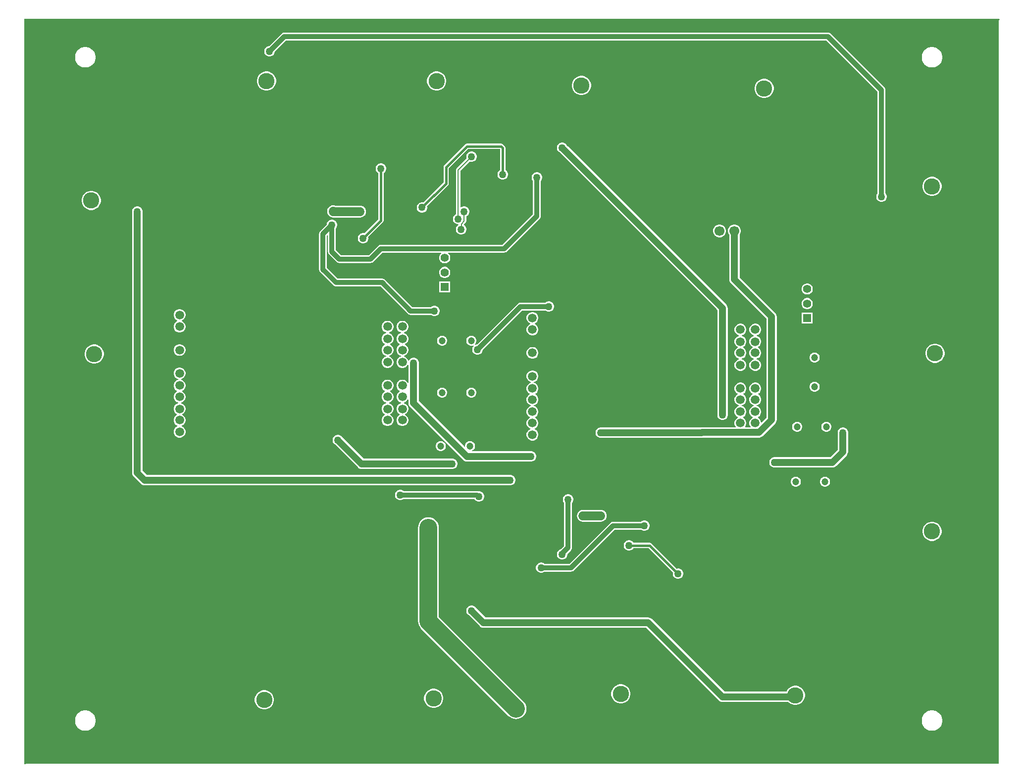
<source format=gbl>
G04*
G04 #@! TF.GenerationSoftware,Altium Limited,Altium Designer,22.10.1 (41)*
G04*
G04 Layer_Physical_Order=2*
G04 Layer_Color=16711680*
%FSLAX44Y44*%
%MOMM*%
G71*
G04*
G04 #@! TF.SameCoordinates,069A48A3-1EBA-4DE3-B07F-BDB1E3B34996*
G04*
G04*
G04 #@! TF.FilePolarity,Positive*
G04*
G01*
G75*
%ADD15C,0.3810*%
%ADD41R,1.4000X1.4000*%
%ADD42C,1.4000*%
%ADD47C,1.2192*%
%ADD48C,0.8128*%
%ADD50C,0.2032*%
%ADD52C,1.5240*%
%ADD53C,3.0480*%
%ADD57C,1.5000*%
%ADD58C,2.7750*%
%ADD59C,1.2000*%
%ADD60R,1.7000X1.7000*%
%ADD61C,1.7000*%
%ADD62C,1.2700*%
G36*
X1385667Y1207867D02*
X1384300Y1206500D01*
Y-66040D01*
X-279400D01*
X-280767Y-67407D01*
X-281940Y-66921D01*
Y1209040D01*
X1385181D01*
X1385667Y1207867D01*
D02*
G37*
%LPC*%
G36*
X1092200Y1185221D02*
X1092200Y1185221D01*
X162560D01*
X162560Y1185221D01*
X160836Y1184994D01*
X159229Y1184329D01*
X157850Y1183270D01*
X157850Y1183270D01*
X136630Y1162050D01*
X135990D01*
X133729Y1161444D01*
X131701Y1160274D01*
X130046Y1158619D01*
X128876Y1156591D01*
X128270Y1154330D01*
Y1151990D01*
X128876Y1149729D01*
X130046Y1147701D01*
X131701Y1146046D01*
X133729Y1144876D01*
X135990Y1144270D01*
X138330D01*
X140591Y1144876D01*
X142619Y1146046D01*
X144274Y1147701D01*
X145444Y1149729D01*
X146050Y1151990D01*
Y1152630D01*
X165319Y1171899D01*
X1089441D01*
X1176979Y1084361D01*
Y910151D01*
X1176526Y909699D01*
X1175356Y907671D01*
X1174750Y905410D01*
Y903070D01*
X1175356Y900809D01*
X1176526Y898781D01*
X1178181Y897126D01*
X1180209Y895956D01*
X1182470Y895350D01*
X1184810D01*
X1187071Y895956D01*
X1189099Y897126D01*
X1190754Y898781D01*
X1191924Y900809D01*
X1192530Y903070D01*
Y905410D01*
X1191924Y907671D01*
X1190754Y909699D01*
X1190301Y910151D01*
Y1087120D01*
X1190301Y1087120D01*
X1190074Y1088844D01*
X1189409Y1090451D01*
X1188350Y1091830D01*
X1188350Y1091830D01*
X1096910Y1183270D01*
X1095530Y1184329D01*
X1093924Y1184994D01*
X1092200Y1185221D01*
D02*
G37*
G36*
X1271728Y1160540D02*
X1268272D01*
X1264884Y1159866D01*
X1261692Y1158544D01*
X1258819Y1156624D01*
X1256376Y1154181D01*
X1254456Y1151308D01*
X1253134Y1148116D01*
X1252460Y1144727D01*
Y1141273D01*
X1253134Y1137884D01*
X1254456Y1134692D01*
X1256376Y1131819D01*
X1258819Y1129376D01*
X1261692Y1127456D01*
X1264884Y1126134D01*
X1268272Y1125460D01*
X1271728D01*
X1275116Y1126134D01*
X1278308Y1127456D01*
X1281181Y1129376D01*
X1283624Y1131819D01*
X1285544Y1134692D01*
X1286866Y1137884D01*
X1287540Y1141273D01*
Y1144727D01*
X1286866Y1148116D01*
X1285544Y1151308D01*
X1283624Y1154181D01*
X1281181Y1156624D01*
X1278308Y1158544D01*
X1275116Y1159866D01*
X1271728Y1160540D01*
D02*
G37*
G36*
X-176073D02*
X-179527D01*
X-182916Y1159866D01*
X-186108Y1158544D01*
X-188981Y1156624D01*
X-191424Y1154181D01*
X-193344Y1151308D01*
X-194666Y1148116D01*
X-195340Y1144727D01*
Y1141273D01*
X-194666Y1137884D01*
X-193344Y1134692D01*
X-191424Y1131819D01*
X-188981Y1129376D01*
X-186108Y1127456D01*
X-182916Y1126134D01*
X-179527Y1125460D01*
X-176073D01*
X-172684Y1126134D01*
X-169492Y1127456D01*
X-166619Y1129376D01*
X-164176Y1131819D01*
X-162256Y1134692D01*
X-160934Y1137884D01*
X-160260Y1141273D01*
Y1144727D01*
X-160934Y1148116D01*
X-162256Y1151308D01*
X-164176Y1154181D01*
X-166619Y1156624D01*
X-169492Y1158544D01*
X-172684Y1159866D01*
X-176073Y1160540D01*
D02*
G37*
G36*
X424477Y1118775D02*
X421244D01*
X418072Y1118144D01*
X415085Y1116907D01*
X412396Y1115110D01*
X410110Y1112824D01*
X408313Y1110135D01*
X407076Y1107148D01*
X406445Y1103977D01*
Y1100743D01*
X407076Y1097572D01*
X408313Y1094585D01*
X410110Y1091896D01*
X412396Y1089610D01*
X415085Y1087813D01*
X418072Y1086576D01*
X421244Y1085945D01*
X424477D01*
X427648Y1086576D01*
X430636Y1087813D01*
X433324Y1089610D01*
X435611Y1091896D01*
X437407Y1094585D01*
X438644Y1097572D01*
X439275Y1100743D01*
Y1103977D01*
X438644Y1107148D01*
X437407Y1110135D01*
X435611Y1112824D01*
X433324Y1115110D01*
X430636Y1116907D01*
X427648Y1118144D01*
X424477Y1118775D01*
D02*
G37*
G36*
X133697D02*
X130463D01*
X127292Y1118144D01*
X124305Y1116907D01*
X121616Y1115110D01*
X119330Y1112824D01*
X117533Y1110135D01*
X116296Y1107148D01*
X115665Y1103977D01*
Y1100743D01*
X116296Y1097572D01*
X117533Y1094585D01*
X119330Y1091896D01*
X121616Y1089610D01*
X124305Y1087813D01*
X127292Y1086576D01*
X130463Y1085945D01*
X133697D01*
X136868Y1086576D01*
X139855Y1087813D01*
X142544Y1089610D01*
X144830Y1091896D01*
X146627Y1094585D01*
X147864Y1097572D01*
X148495Y1100743D01*
Y1103977D01*
X147864Y1107148D01*
X146627Y1110135D01*
X144830Y1112824D01*
X142544Y1115110D01*
X139855Y1116907D01*
X136868Y1118144D01*
X133697Y1118775D01*
D02*
G37*
G36*
X672177Y1111155D02*
X668943D01*
X665772Y1110524D01*
X662785Y1109287D01*
X660096Y1107490D01*
X657810Y1105204D01*
X656013Y1102515D01*
X654776Y1099528D01*
X654145Y1096357D01*
Y1093123D01*
X654776Y1089952D01*
X656013Y1086965D01*
X657810Y1084276D01*
X660096Y1081990D01*
X662785Y1080193D01*
X665772Y1078956D01*
X668943Y1078325D01*
X672177D01*
X675348Y1078956D01*
X678335Y1080193D01*
X681024Y1081990D01*
X683310Y1084276D01*
X685107Y1086965D01*
X686344Y1089952D01*
X686975Y1093123D01*
Y1096357D01*
X686344Y1099528D01*
X685107Y1102515D01*
X683310Y1105204D01*
X681024Y1107490D01*
X678335Y1109287D01*
X675348Y1110524D01*
X672177Y1111155D01*
D02*
G37*
G36*
X984597Y1106075D02*
X981363D01*
X978192Y1105444D01*
X975205Y1104207D01*
X972516Y1102410D01*
X970230Y1100124D01*
X968433Y1097435D01*
X967196Y1094448D01*
X966565Y1091277D01*
Y1088043D01*
X967196Y1084872D01*
X968433Y1081885D01*
X970230Y1079196D01*
X972516Y1076910D01*
X975205Y1075113D01*
X978192Y1073876D01*
X981363Y1073245D01*
X984597D01*
X987768Y1073876D01*
X990755Y1075113D01*
X993444Y1076910D01*
X995730Y1079196D01*
X997527Y1081885D01*
X998764Y1084872D01*
X999395Y1088043D01*
Y1091277D01*
X998764Y1094448D01*
X997527Y1097435D01*
X995730Y1100124D01*
X993444Y1102410D01*
X990755Y1104207D01*
X987768Y1105444D01*
X984597Y1106075D01*
D02*
G37*
G36*
X483770Y981710D02*
X481430D01*
X479169Y981104D01*
X477141Y979934D01*
X475486Y978279D01*
X474316Y976251D01*
X473710Y973990D01*
Y971650D01*
X474258Y969605D01*
X457176Y952524D01*
X456390Y951348D01*
X456114Y949960D01*
X456114Y949960D01*
Y874312D01*
X454281Y873254D01*
X452626Y871599D01*
X451456Y869571D01*
X450850Y867310D01*
Y864970D01*
X451456Y862709D01*
X452626Y860681D01*
X454281Y859026D01*
X456309Y857856D01*
X458570Y857250D01*
X459898D01*
X460238Y855980D01*
X459361Y855474D01*
X457706Y853819D01*
X456536Y851791D01*
X455930Y849530D01*
Y847190D01*
X456536Y844929D01*
X457706Y842901D01*
X459361Y841246D01*
X461389Y840076D01*
X463650Y839470D01*
X465990D01*
X468251Y840076D01*
X470279Y841246D01*
X471934Y842901D01*
X473104Y844929D01*
X473710Y847190D01*
Y849530D01*
X473104Y851791D01*
X471934Y853819D01*
X470279Y855474D01*
X470106Y855573D01*
X469897Y857160D01*
X472464Y859727D01*
X472464Y859727D01*
X473250Y860903D01*
X473526Y862291D01*
Y870668D01*
X475359Y871726D01*
X477014Y873381D01*
X478184Y875409D01*
X478790Y877670D01*
Y880010D01*
X478184Y882271D01*
X477014Y884299D01*
X475359Y885954D01*
X473331Y887124D01*
X471070Y887730D01*
X468730D01*
X466469Y887124D01*
X464636Y886066D01*
X463366Y886479D01*
Y948458D01*
X479385Y964478D01*
X481430Y963930D01*
X483770D01*
X486031Y964536D01*
X488059Y965706D01*
X489714Y967361D01*
X490884Y969389D01*
X491490Y971650D01*
Y973990D01*
X490884Y976251D01*
X489714Y978279D01*
X488059Y979934D01*
X486031Y981104D01*
X483770Y981710D01*
D02*
G37*
G36*
X474980Y995132D02*
X473246Y994787D01*
X471775Y993805D01*
X471775Y993805D01*
X435966Y957995D01*
X434983Y956525D01*
X434639Y954791D01*
Y928955D01*
X400092Y894409D01*
X399059Y894686D01*
X396718D01*
X394457Y894080D01*
X392430Y892910D01*
X390775Y891254D01*
X389604Y889227D01*
X388999Y886966D01*
Y884625D01*
X389604Y882364D01*
X390775Y880337D01*
X392430Y878682D01*
X394457Y877512D01*
X396718Y876906D01*
X399059D01*
X401320Y877512D01*
X403347Y878682D01*
X405002Y880337D01*
X406173Y882364D01*
X406779Y884625D01*
Y886966D01*
X406502Y888000D01*
X442375Y923873D01*
X442375Y923873D01*
X443358Y925343D01*
X443703Y927078D01*
X443703Y927078D01*
Y952913D01*
X476857Y986068D01*
X531408D01*
Y949989D01*
X530481Y949454D01*
X528826Y947799D01*
X527656Y945771D01*
X527050Y943510D01*
Y941170D01*
X527656Y938909D01*
X528826Y936881D01*
X530481Y935226D01*
X532509Y934056D01*
X534770Y933450D01*
X537110D01*
X539371Y934056D01*
X541399Y935226D01*
X543054Y936881D01*
X544224Y938909D01*
X544830Y941170D01*
Y943510D01*
X544224Y945771D01*
X543054Y947799D01*
X541399Y949454D01*
X540472Y949989D01*
Y988060D01*
X540127Y989794D01*
X539145Y991265D01*
X539145Y991265D01*
X536605Y993805D01*
X535134Y994787D01*
X533400Y995132D01*
X474980D01*
X474980Y995132D01*
D02*
G37*
G36*
X1271617Y938435D02*
X1268383D01*
X1265212Y937804D01*
X1262225Y936567D01*
X1259536Y934770D01*
X1257250Y932484D01*
X1255453Y929795D01*
X1254216Y926808D01*
X1253585Y923637D01*
Y920403D01*
X1254216Y917232D01*
X1255453Y914245D01*
X1257250Y911556D01*
X1259536Y909270D01*
X1262225Y907473D01*
X1265212Y906236D01*
X1268383Y905605D01*
X1271617D01*
X1274788Y906236D01*
X1277775Y907473D01*
X1280464Y909270D01*
X1282750Y911556D01*
X1284547Y914245D01*
X1285784Y917232D01*
X1286415Y920403D01*
Y923637D01*
X1285784Y926808D01*
X1284547Y929795D01*
X1282750Y932484D01*
X1280464Y934770D01*
X1277775Y936567D01*
X1274788Y937804D01*
X1271617Y938435D01*
D02*
G37*
G36*
X-166023Y914255D02*
X-169257D01*
X-172428Y913624D01*
X-175415Y912387D01*
X-178104Y910591D01*
X-180390Y908304D01*
X-182187Y905616D01*
X-183424Y902628D01*
X-184055Y899457D01*
Y896224D01*
X-183424Y893052D01*
X-182187Y890065D01*
X-180390Y887376D01*
X-178104Y885090D01*
X-175415Y883293D01*
X-172428Y882056D01*
X-169257Y881425D01*
X-166023D01*
X-162852Y882056D01*
X-159865Y883293D01*
X-157176Y885090D01*
X-154890Y887376D01*
X-153093Y890065D01*
X-151856Y893052D01*
X-151225Y896224D01*
Y899457D01*
X-151856Y902628D01*
X-153093Y905616D01*
X-154890Y908304D01*
X-157176Y910591D01*
X-159865Y912387D01*
X-162852Y913624D01*
X-166023Y914255D01*
D02*
G37*
G36*
X245856Y889612D02*
X243203Y889263D01*
X240732Y888239D01*
X238609Y886610D01*
X236981Y884488D01*
X235957Y882017D01*
X235608Y879364D01*
X235957Y876712D01*
X236981Y874240D01*
X238609Y872118D01*
X238610Y872118D01*
X239134Y871594D01*
X239134Y871594D01*
X241256Y869965D01*
X243728Y868941D01*
X246380Y868592D01*
X246380Y868592D01*
X292100D01*
X294752Y868941D01*
X297224Y869965D01*
X299346Y871594D01*
X300975Y873716D01*
X301999Y876188D01*
X302348Y878840D01*
X301999Y881492D01*
X300975Y883964D01*
X299346Y886086D01*
X297224Y887715D01*
X294752Y888738D01*
X292100Y889088D01*
X248931D01*
X248508Y889263D01*
X245856Y889612D01*
D02*
G37*
G36*
X328830Y961390D02*
X326490D01*
X324229Y960784D01*
X322201Y959614D01*
X320546Y957959D01*
X319376Y955931D01*
X318770Y953670D01*
Y951330D01*
X319376Y949069D01*
X320546Y947041D01*
X322201Y945386D01*
X323128Y944851D01*
Y865477D01*
X299384Y841733D01*
X298350Y842010D01*
X296010D01*
X293749Y841404D01*
X291721Y840234D01*
X290066Y838579D01*
X288896Y836551D01*
X288290Y834290D01*
Y831950D01*
X288896Y829689D01*
X290066Y827661D01*
X291721Y826006D01*
X293749Y824836D01*
X296010Y824230D01*
X298350D01*
X300611Y824836D01*
X302639Y826006D01*
X304294Y827661D01*
X305464Y829689D01*
X306070Y831950D01*
Y834290D01*
X305793Y835324D01*
X330865Y860395D01*
X330865Y860395D01*
X331847Y861866D01*
X332192Y863600D01*
Y944851D01*
X333119Y945386D01*
X334774Y947041D01*
X335944Y949069D01*
X336550Y951330D01*
Y953670D01*
X335944Y955931D01*
X334774Y957959D01*
X333119Y959614D01*
X331091Y960784D01*
X328830Y961390D01*
D02*
G37*
G36*
X908233Y856860D02*
X905327D01*
X902519Y856108D01*
X900001Y854654D01*
X897946Y852599D01*
X896492Y850081D01*
X895740Y847273D01*
Y844367D01*
X896492Y841559D01*
X897946Y839041D01*
X900001Y836986D01*
X902519Y835532D01*
X905327Y834780D01*
X908233D01*
X911041Y835532D01*
X913559Y836986D01*
X915614Y839041D01*
X917068Y841559D01*
X917820Y844367D01*
Y847273D01*
X917068Y850081D01*
X915614Y852599D01*
X913559Y854654D01*
X911041Y856108D01*
X908233Y856860D01*
D02*
G37*
G36*
X595530Y946150D02*
X593190D01*
X590929Y945544D01*
X588901Y944374D01*
X587246Y942719D01*
X586076Y940691D01*
X585470Y938430D01*
Y936090D01*
X586076Y933829D01*
X587246Y931801D01*
X587699Y931349D01*
Y873979D01*
X535721Y822001D01*
X327660D01*
X325936Y821774D01*
X324329Y821109D01*
X322950Y820050D01*
X322950Y820050D01*
X307121Y804221D01*
X259299D01*
X250501Y813019D01*
Y850069D01*
X250954Y850521D01*
X252124Y852549D01*
X252730Y854810D01*
Y857150D01*
X252124Y859411D01*
X250954Y861439D01*
X249299Y863094D01*
X247271Y864264D01*
X245010Y864870D01*
X242670D01*
X240409Y864264D01*
X238381Y863094D01*
X236726Y861439D01*
X235556Y859411D01*
X234950Y857150D01*
Y856510D01*
X223890Y845450D01*
X222831Y844071D01*
X222166Y842464D01*
X221939Y840740D01*
X221939Y840740D01*
Y779780D01*
X221939Y779780D01*
X222166Y778056D01*
X222831Y776450D01*
X223890Y775070D01*
X246313Y752647D01*
X246313Y752647D01*
X247692Y751589D01*
X249299Y750923D01*
X251023Y750696D01*
X251023Y750696D01*
X327206D01*
X373952Y703950D01*
X373952Y703950D01*
X375332Y702891D01*
X376938Y702226D01*
X378662Y701999D01*
X378663Y701999D01*
X413189D01*
X413641Y701546D01*
X415669Y700376D01*
X417930Y699770D01*
X420270D01*
X422531Y700376D01*
X424559Y701546D01*
X426214Y703201D01*
X427384Y705229D01*
X427990Y707490D01*
Y709830D01*
X427384Y712091D01*
X426214Y714119D01*
X424559Y715774D01*
X422531Y716944D01*
X420270Y717550D01*
X417930D01*
X415669Y716944D01*
X413641Y715774D01*
X413189Y715321D01*
X381421D01*
X334675Y762067D01*
X333295Y763126D01*
X331689Y763791D01*
X329965Y764018D01*
X329965Y764018D01*
X253782D01*
X235261Y782539D01*
Y837811D01*
X235965Y838375D01*
X237179Y837840D01*
Y810260D01*
X237179Y810260D01*
X237406Y808536D01*
X238071Y806929D01*
X239130Y805550D01*
X251830Y792850D01*
X251830Y792850D01*
X253209Y791791D01*
X254816Y791126D01*
X256540Y790899D01*
X256540Y790899D01*
X309880D01*
X309880Y790899D01*
X311604Y791126D01*
X313211Y791791D01*
X314590Y792850D01*
X330419Y808679D01*
X430642D01*
X430982Y807409D01*
X430852Y807334D01*
X429076Y805558D01*
X427820Y803382D01*
X427170Y800956D01*
Y798444D01*
X427820Y796018D01*
X429076Y793842D01*
X430852Y792066D01*
X433027Y790810D01*
X435454Y790160D01*
X437966D01*
X440392Y790810D01*
X442567Y792066D01*
X444344Y793842D01*
X445600Y796018D01*
X446250Y798444D01*
Y800956D01*
X445600Y803382D01*
X444344Y805558D01*
X442567Y807334D01*
X442438Y807409D01*
X442778Y808679D01*
X538480D01*
X538480Y808679D01*
X540204Y808906D01*
X541810Y809571D01*
X543190Y810630D01*
X599070Y866510D01*
X599070Y866510D01*
X600129Y867889D01*
X600794Y869496D01*
X601021Y871220D01*
X601021Y871220D01*
Y931349D01*
X601474Y931801D01*
X602644Y933829D01*
X603250Y936090D01*
Y938430D01*
X602644Y940691D01*
X601474Y942719D01*
X599819Y944374D01*
X597791Y945544D01*
X595530Y946150D01*
D02*
G37*
G36*
X437966Y784240D02*
X435454D01*
X433027Y783590D01*
X430852Y782334D01*
X429076Y780558D01*
X427820Y778382D01*
X427170Y775956D01*
Y773444D01*
X427820Y771018D01*
X429076Y768842D01*
X430852Y767066D01*
X433027Y765810D01*
X435454Y765160D01*
X437966D01*
X440392Y765810D01*
X442567Y767066D01*
X444344Y768842D01*
X445600Y771018D01*
X446250Y773444D01*
Y775956D01*
X445600Y778382D01*
X444344Y780558D01*
X442567Y782334D01*
X440392Y783590D01*
X437966Y784240D01*
D02*
G37*
G36*
X446250Y759240D02*
X427170D01*
Y740160D01*
X446250D01*
Y759240D01*
D02*
G37*
G36*
X1057726Y755900D02*
X1055214D01*
X1052787Y755249D01*
X1050612Y753994D01*
X1048836Y752217D01*
X1047580Y750042D01*
X1046930Y747616D01*
Y745104D01*
X1047580Y742677D01*
X1048836Y740502D01*
X1050612Y738726D01*
X1052787Y737470D01*
X1055214Y736820D01*
X1057726D01*
X1060152Y737470D01*
X1062327Y738726D01*
X1064104Y740502D01*
X1065360Y742677D01*
X1066010Y745104D01*
Y747616D01*
X1065360Y750042D01*
X1064104Y752217D01*
X1062327Y753994D01*
X1060152Y755249D01*
X1057726Y755900D01*
D02*
G37*
G36*
Y730900D02*
X1055214D01*
X1052787Y730250D01*
X1050612Y728994D01*
X1048836Y727218D01*
X1047580Y725042D01*
X1046930Y722616D01*
Y720104D01*
X1047580Y717678D01*
X1048836Y715502D01*
X1050612Y713726D01*
X1052787Y712470D01*
X1055214Y711820D01*
X1057726D01*
X1060152Y712470D01*
X1062327Y713726D01*
X1064104Y715502D01*
X1065360Y717678D01*
X1066010Y720104D01*
Y722616D01*
X1065360Y725042D01*
X1064104Y727218D01*
X1062327Y728994D01*
X1060152Y730250D01*
X1057726Y730900D01*
D02*
G37*
G36*
X615850Y725170D02*
X613510D01*
X611249Y724564D01*
X609221Y723394D01*
X608769Y722941D01*
X566420D01*
X564696Y722714D01*
X563089Y722049D01*
X561710Y720990D01*
X561710Y720990D01*
X492230Y651510D01*
X491590D01*
X489329Y650904D01*
X488830Y650616D01*
X488050Y651633D01*
X489034Y652616D01*
X490158Y654564D01*
X490740Y656736D01*
Y658984D01*
X490158Y661156D01*
X489034Y663104D01*
X487444Y664694D01*
X485496Y665818D01*
X483325Y666400D01*
X481076D01*
X478904Y665818D01*
X476956Y664694D01*
X475367Y663104D01*
X474242Y661156D01*
X473660Y658984D01*
Y656736D01*
X474242Y654564D01*
X475367Y652616D01*
X476956Y651026D01*
X478904Y649902D01*
X481076Y649320D01*
X483325D01*
X485496Y649902D01*
X485915Y650144D01*
X486695Y649128D01*
X485646Y648079D01*
X484476Y646051D01*
X483870Y643790D01*
Y641450D01*
X484476Y639189D01*
X485646Y637161D01*
X487301Y635506D01*
X489329Y634336D01*
X491590Y633730D01*
X493930D01*
X496191Y634336D01*
X498219Y635506D01*
X499874Y637161D01*
X501044Y639189D01*
X501650Y641450D01*
Y642090D01*
X569179Y709619D01*
X608769D01*
X609221Y709166D01*
X611249Y707996D01*
X613510Y707390D01*
X615850D01*
X618111Y707996D01*
X620139Y709166D01*
X621794Y710821D01*
X622964Y712849D01*
X623570Y715110D01*
Y717450D01*
X622964Y719711D01*
X621794Y721739D01*
X620139Y723394D01*
X618111Y724564D01*
X615850Y725170D01*
D02*
G37*
G36*
X1066010Y705900D02*
X1046930D01*
Y686820D01*
X1066010D01*
Y705900D01*
D02*
G37*
G36*
X-15192Y711867D02*
X-17836D01*
X-20389Y711183D01*
X-22679Y709861D01*
X-24548Y707992D01*
X-25870Y705703D01*
X-26554Y703149D01*
Y700506D01*
X-25870Y697952D01*
X-24548Y695663D01*
X-22679Y693793D01*
X-20421Y692490D01*
X-20355Y692214D01*
Y691441D01*
X-20421Y691165D01*
X-22679Y689861D01*
X-24548Y687992D01*
X-25870Y685703D01*
X-26554Y683149D01*
Y680506D01*
X-25870Y677952D01*
X-24548Y675663D01*
X-22679Y673793D01*
X-20389Y672472D01*
X-17836Y671787D01*
X-15192D01*
X-12639Y672472D01*
X-10349Y673793D01*
X-8480Y675663D01*
X-7158Y677952D01*
X-6474Y680506D01*
Y683149D01*
X-7158Y685703D01*
X-8480Y687992D01*
X-10349Y689861D01*
X-12608Y691165D01*
X-12673Y691441D01*
Y692214D01*
X-12608Y692490D01*
X-10349Y693793D01*
X-8480Y695663D01*
X-7158Y697952D01*
X-6474Y700506D01*
Y703149D01*
X-7158Y705703D01*
X-8480Y707992D01*
X-10349Y709861D01*
X-12639Y711183D01*
X-15192Y711867D01*
D02*
G37*
G36*
X588062Y706940D02*
X585418D01*
X582865Y706256D01*
X580575Y704934D01*
X578706Y703065D01*
X577384Y700776D01*
X576700Y698222D01*
Y695579D01*
X577384Y693025D01*
X578706Y690736D01*
X580575Y688866D01*
X582833Y687563D01*
X582899Y687287D01*
Y686514D01*
X582833Y686238D01*
X580575Y684934D01*
X578706Y683065D01*
X577384Y680776D01*
X576700Y678222D01*
Y675579D01*
X577384Y673025D01*
X578706Y670736D01*
X580575Y668866D01*
X582865Y667545D01*
X585418Y666860D01*
X588062D01*
X590615Y667545D01*
X592905Y668866D01*
X594774Y670736D01*
X596096Y673025D01*
X596780Y675579D01*
Y678222D01*
X596096Y680776D01*
X594774Y683065D01*
X592905Y684934D01*
X590647Y686238D01*
X590581Y686514D01*
Y687287D01*
X590647Y687563D01*
X592905Y688866D01*
X594774Y690736D01*
X596096Y693025D01*
X596780Y695579D01*
Y698222D01*
X596096Y700776D01*
X594774Y703065D01*
X592905Y704934D01*
X590615Y706256D01*
X588062Y706940D01*
D02*
G37*
G36*
X433325Y666400D02*
X431076D01*
X428904Y665818D01*
X426957Y664694D01*
X425367Y663104D01*
X424242Y661156D01*
X423660Y658984D01*
Y656736D01*
X424242Y654564D01*
X425367Y652616D01*
X426957Y651026D01*
X428904Y649902D01*
X431076Y649320D01*
X433325D01*
X435497Y649902D01*
X437444Y651026D01*
X439034Y652616D01*
X440158Y654564D01*
X440740Y656736D01*
Y658984D01*
X440158Y661156D01*
X439034Y663104D01*
X437444Y664694D01*
X435497Y665818D01*
X433325Y666400D01*
D02*
G37*
G36*
X-15192Y651868D02*
X-17836D01*
X-20389Y651183D01*
X-22679Y649862D01*
X-24548Y647992D01*
X-25870Y645703D01*
X-26554Y643149D01*
Y640506D01*
X-25870Y637952D01*
X-24548Y635663D01*
X-22679Y633793D01*
X-20389Y632472D01*
X-17836Y631787D01*
X-15192D01*
X-12639Y632472D01*
X-10349Y633793D01*
X-8480Y635663D01*
X-7158Y637952D01*
X-6474Y640506D01*
Y643149D01*
X-7158Y645703D01*
X-8480Y647992D01*
X-10349Y649862D01*
X-12639Y651183D01*
X-15192Y651868D01*
D02*
G37*
G36*
X588062Y646940D02*
X585418D01*
X582865Y646256D01*
X580575Y644934D01*
X578706Y643065D01*
X577384Y640775D01*
X576700Y638222D01*
Y635578D01*
X577384Y633025D01*
X578706Y630735D01*
X580575Y628866D01*
X582865Y627544D01*
X585418Y626860D01*
X588062D01*
X590615Y627544D01*
X592905Y628866D01*
X594774Y630735D01*
X596096Y633025D01*
X596780Y635578D01*
Y638222D01*
X596096Y640775D01*
X594774Y643065D01*
X592905Y644934D01*
X590615Y646256D01*
X588062Y646940D01*
D02*
G37*
G36*
X1070464Y637660D02*
X1068216D01*
X1066044Y637078D01*
X1064096Y635954D01*
X1062506Y634364D01*
X1061382Y632417D01*
X1060800Y630245D01*
Y627996D01*
X1061382Y625824D01*
X1062506Y623877D01*
X1064096Y622287D01*
X1066044Y621162D01*
X1068216Y620580D01*
X1070464D01*
X1072636Y621162D01*
X1074584Y622287D01*
X1076174Y623877D01*
X1077298Y625824D01*
X1077880Y627996D01*
Y630245D01*
X1077298Y632417D01*
X1076174Y634364D01*
X1074584Y635954D01*
X1072636Y637078D01*
X1070464Y637660D01*
D02*
G37*
G36*
X1276697Y652635D02*
X1273463D01*
X1270292Y652004D01*
X1267305Y650767D01*
X1264616Y648971D01*
X1262330Y646684D01*
X1260533Y643996D01*
X1259296Y641008D01*
X1258665Y637837D01*
Y634604D01*
X1259296Y631432D01*
X1260533Y628445D01*
X1262330Y625756D01*
X1264616Y623470D01*
X1267305Y621673D01*
X1270292Y620436D01*
X1273463Y619805D01*
X1276697D01*
X1279868Y620436D01*
X1282855Y621673D01*
X1285544Y623470D01*
X1287830Y625756D01*
X1289627Y628445D01*
X1290864Y631432D01*
X1291495Y634604D01*
Y637837D01*
X1290864Y641008D01*
X1289627Y643996D01*
X1287830Y646684D01*
X1285544Y648971D01*
X1282855Y650767D01*
X1279868Y652004D01*
X1276697Y652635D01*
D02*
G37*
G36*
X-160943Y651415D02*
X-164177D01*
X-167348Y650784D01*
X-170335Y649547D01*
X-173024Y647750D01*
X-175310Y645464D01*
X-177107Y642775D01*
X-178344Y639788D01*
X-178975Y636617D01*
Y633383D01*
X-178344Y630212D01*
X-177107Y627225D01*
X-175310Y624536D01*
X-173024Y622250D01*
X-170335Y620453D01*
X-167348Y619216D01*
X-164177Y618585D01*
X-160943D01*
X-157772Y619216D01*
X-154785Y620453D01*
X-152096Y622250D01*
X-149810Y624536D01*
X-148013Y627225D01*
X-146776Y630212D01*
X-146145Y633383D01*
Y636617D01*
X-146776Y639788D01*
X-148013Y642775D01*
X-149810Y645464D01*
X-152096Y647750D01*
X-154785Y649547D01*
X-157772Y650784D01*
X-160943Y651415D01*
D02*
G37*
G36*
X340408Y691867D02*
X337764D01*
X335211Y691183D01*
X332921Y689861D01*
X331052Y687992D01*
X329730Y685703D01*
X329046Y683149D01*
Y680506D01*
X329730Y677952D01*
X331052Y675663D01*
X332921Y673793D01*
X335211Y672472D01*
X336654Y672085D01*
Y670770D01*
X335211Y670383D01*
X332921Y669061D01*
X331052Y667192D01*
X329730Y664903D01*
X329046Y662349D01*
Y659706D01*
X329730Y657152D01*
X331052Y654863D01*
X332921Y652993D01*
X334364Y652161D01*
Y650694D01*
X332921Y649862D01*
X331052Y647992D01*
X329730Y645703D01*
X329046Y643149D01*
Y640506D01*
X329730Y637952D01*
X331052Y635663D01*
X332921Y633793D01*
X335211Y632472D01*
X336654Y632085D01*
Y630770D01*
X335211Y630383D01*
X332921Y629062D01*
X331052Y627192D01*
X329730Y624903D01*
X329046Y622349D01*
Y619706D01*
X329730Y617152D01*
X331052Y614863D01*
X332921Y612994D01*
X335211Y611672D01*
X337764Y610988D01*
X340408D01*
X342961Y611672D01*
X345251Y612994D01*
X347120Y614863D01*
X348442Y617152D01*
X349126Y619706D01*
Y622349D01*
X348442Y624903D01*
X347120Y627192D01*
X345251Y629062D01*
X342961Y630383D01*
X341517Y630770D01*
Y632085D01*
X342961Y632472D01*
X345251Y633793D01*
X347120Y635663D01*
X348442Y637952D01*
X349126Y640506D01*
Y643149D01*
X348442Y645703D01*
X347120Y647992D01*
X345251Y649862D01*
X343808Y650694D01*
Y652161D01*
X345251Y652993D01*
X347120Y654863D01*
X348442Y657152D01*
X349126Y659706D01*
Y662349D01*
X348442Y664903D01*
X347120Y667192D01*
X345251Y669061D01*
X342961Y670383D01*
X341517Y670770D01*
Y672085D01*
X342961Y672472D01*
X345251Y673793D01*
X347120Y675663D01*
X348442Y677952D01*
X349126Y680506D01*
Y683149D01*
X348442Y685703D01*
X347120Y687992D01*
X345251Y689861D01*
X342961Y691183D01*
X340408Y691867D01*
D02*
G37*
G36*
X969062Y686940D02*
X966418D01*
X963865Y686256D01*
X961575Y684934D01*
X959706Y683065D01*
X958384Y680776D01*
X957700Y678222D01*
Y675579D01*
X958384Y673025D01*
X959706Y670736D01*
X961575Y668866D01*
X963865Y667545D01*
X965308Y667158D01*
Y665843D01*
X963865Y665456D01*
X961575Y664134D01*
X959706Y662265D01*
X958384Y659976D01*
X957700Y657422D01*
Y654779D01*
X958384Y652225D01*
X959706Y649936D01*
X961575Y648066D01*
X963018Y647233D01*
Y645767D01*
X961575Y644934D01*
X959706Y643065D01*
X958384Y640775D01*
X957700Y638222D01*
Y635578D01*
X958384Y633025D01*
X959706Y630735D01*
X961575Y628866D01*
X963865Y627544D01*
X965308Y627157D01*
Y625843D01*
X963865Y625456D01*
X961575Y624134D01*
X959706Y622265D01*
X958384Y619975D01*
X957700Y617422D01*
Y614778D01*
X958384Y612225D01*
X959706Y609935D01*
X961575Y608066D01*
X963865Y606744D01*
X966418Y606060D01*
X969062D01*
X971615Y606744D01*
X973905Y608066D01*
X975774Y609935D01*
X977096Y612225D01*
X977780Y614778D01*
Y617422D01*
X977096Y619975D01*
X975774Y622265D01*
X973905Y624134D01*
X971615Y625456D01*
X970172Y625843D01*
Y627157D01*
X971615Y627544D01*
X973905Y628866D01*
X975774Y630735D01*
X977096Y633025D01*
X977780Y635578D01*
Y638222D01*
X977096Y640775D01*
X975774Y643065D01*
X973905Y644934D01*
X972462Y645767D01*
Y647233D01*
X973905Y648066D01*
X975774Y649936D01*
X977096Y652225D01*
X977780Y654779D01*
Y657422D01*
X977096Y659976D01*
X975774Y662265D01*
X973905Y664134D01*
X971615Y665456D01*
X970172Y665843D01*
Y667158D01*
X971615Y667545D01*
X973905Y668866D01*
X975774Y670736D01*
X977096Y673025D01*
X977780Y675579D01*
Y678222D01*
X977096Y680776D01*
X975774Y683065D01*
X973905Y684934D01*
X971615Y686256D01*
X969062Y686940D01*
D02*
G37*
G36*
X943662D02*
X941018D01*
X938465Y686256D01*
X936175Y684934D01*
X934306Y683065D01*
X932984Y680776D01*
X932300Y678222D01*
Y675579D01*
X932984Y673025D01*
X934306Y670736D01*
X936175Y668866D01*
X938465Y667545D01*
X939908Y667158D01*
Y665843D01*
X938465Y665456D01*
X936175Y664134D01*
X934306Y662265D01*
X932984Y659976D01*
X932300Y657422D01*
Y654779D01*
X932984Y652225D01*
X934306Y649936D01*
X936175Y648066D01*
X937618Y647233D01*
Y645767D01*
X936175Y644934D01*
X934306Y643065D01*
X932984Y640775D01*
X932300Y638222D01*
Y635578D01*
X932984Y633025D01*
X934306Y630735D01*
X936175Y628866D01*
X938465Y627544D01*
X939908Y627157D01*
Y625843D01*
X938465Y625456D01*
X936175Y624134D01*
X934306Y622265D01*
X932984Y619975D01*
X932300Y617422D01*
Y614778D01*
X932984Y612225D01*
X934306Y609935D01*
X936175Y608066D01*
X938465Y606744D01*
X941018Y606060D01*
X943662D01*
X946215Y606744D01*
X948505Y608066D01*
X950374Y609935D01*
X951696Y612225D01*
X952380Y614778D01*
Y617422D01*
X951696Y619975D01*
X950374Y622265D01*
X948505Y624134D01*
X946215Y625456D01*
X944772Y625843D01*
Y627157D01*
X946215Y627544D01*
X948505Y628866D01*
X950374Y630735D01*
X951696Y633025D01*
X952380Y635578D01*
Y638222D01*
X951696Y640775D01*
X950374Y643065D01*
X948505Y644934D01*
X947062Y645767D01*
Y647233D01*
X948505Y648066D01*
X950374Y649936D01*
X951696Y652225D01*
X952380Y654779D01*
Y657422D01*
X951696Y659976D01*
X950374Y662265D01*
X948505Y664134D01*
X946215Y665456D01*
X944772Y665843D01*
Y667158D01*
X946215Y667545D01*
X948505Y668866D01*
X950374Y670736D01*
X951696Y673025D01*
X952380Y675579D01*
Y678222D01*
X951696Y680776D01*
X950374Y683065D01*
X948505Y684934D01*
X946215Y686256D01*
X943662Y686940D01*
D02*
G37*
G36*
X365808Y691867D02*
X363164D01*
X360611Y691183D01*
X358321Y689861D01*
X356452Y687992D01*
X355130Y685703D01*
X354446Y683149D01*
Y680506D01*
X355130Y677952D01*
X356452Y675663D01*
X358321Y673793D01*
X360611Y672472D01*
X362054Y672085D01*
Y670770D01*
X360611Y670383D01*
X358321Y669061D01*
X356452Y667192D01*
X355130Y664903D01*
X354446Y662349D01*
Y659706D01*
X355130Y657152D01*
X356452Y654863D01*
X358321Y652993D01*
X359763Y652161D01*
Y650694D01*
X358321Y649862D01*
X356452Y647992D01*
X355130Y645703D01*
X354446Y643149D01*
Y640506D01*
X355130Y637952D01*
X356452Y635663D01*
X358321Y633793D01*
X360611Y632472D01*
X362054Y632085D01*
Y630770D01*
X360611Y630383D01*
X358321Y629062D01*
X356452Y627192D01*
X355130Y624903D01*
X354446Y622349D01*
Y619706D01*
X355130Y617152D01*
X356452Y614863D01*
X358321Y612994D01*
X360611Y611672D01*
X363164Y610988D01*
X365808D01*
X368361Y611672D01*
X370651Y612994D01*
X372520Y614863D01*
X373559Y616663D01*
X374829Y616323D01*
Y585732D01*
X373559Y585392D01*
X372520Y587192D01*
X370651Y589062D01*
X368361Y590383D01*
X365808Y591068D01*
X363164D01*
X360611Y590383D01*
X358321Y589062D01*
X356452Y587192D01*
X355130Y584903D01*
X354446Y582349D01*
Y579706D01*
X355130Y577152D01*
X356452Y574863D01*
X358321Y572994D01*
X359763Y572161D01*
Y570694D01*
X358321Y569862D01*
X356452Y567992D01*
X355130Y565703D01*
X354446Y563149D01*
Y560506D01*
X355130Y557952D01*
X356452Y555663D01*
X358321Y553794D01*
X360611Y552472D01*
X362054Y552085D01*
Y550770D01*
X360611Y550383D01*
X358321Y549062D01*
X356452Y547192D01*
X355130Y544903D01*
X354446Y542349D01*
Y539706D01*
X355130Y537152D01*
X356452Y534863D01*
X358321Y532994D01*
X359764Y532161D01*
Y530694D01*
X358321Y529861D01*
X356452Y527992D01*
X355130Y525703D01*
X354446Y523149D01*
Y520505D01*
X355130Y517952D01*
X356452Y515662D01*
X358321Y513793D01*
X360611Y512472D01*
X363164Y511787D01*
X365808D01*
X368361Y512472D01*
X370651Y513793D01*
X372520Y515662D01*
X373842Y517952D01*
X374526Y520505D01*
Y523149D01*
X373842Y525703D01*
X372520Y527992D01*
X370651Y529861D01*
X369208Y530694D01*
Y532161D01*
X370651Y532994D01*
X372520Y534863D01*
X373842Y537152D01*
X374526Y539706D01*
Y542349D01*
X373842Y544903D01*
X372520Y547192D01*
X370651Y549062D01*
X368361Y550383D01*
X366917Y550770D01*
Y552085D01*
X368361Y552472D01*
X370651Y553794D01*
X372520Y555663D01*
X373559Y557463D01*
X374829Y557123D01*
Y551180D01*
X375126Y548926D01*
X375997Y546825D01*
X377381Y545021D01*
X468821Y453581D01*
X470625Y452197D01*
X472725Y451326D01*
X474980Y451030D01*
X582360D01*
X583030Y450850D01*
X585370D01*
X587631Y451456D01*
X589659Y452626D01*
X591314Y454281D01*
X592484Y456309D01*
X593090Y458570D01*
Y460910D01*
X592484Y463171D01*
X591314Y465199D01*
X589659Y466854D01*
X587631Y468024D01*
X585370Y468630D01*
X583030D01*
X582360Y468451D01*
X483903D01*
X483631Y469720D01*
X485304Y470686D01*
X486894Y472276D01*
X488018Y474224D01*
X488600Y476396D01*
Y478644D01*
X488018Y480816D01*
X486894Y482764D01*
X485304Y484354D01*
X483356Y485478D01*
X481184Y486060D01*
X478936D01*
X476764Y485478D01*
X474816Y484354D01*
X473226Y482764D01*
X472102Y480816D01*
X471520Y478644D01*
Y477315D01*
X470250Y476788D01*
X392251Y554788D01*
Y617920D01*
X392430Y618590D01*
Y620930D01*
X391824Y623191D01*
X390654Y625219D01*
X388999Y626874D01*
X386971Y628044D01*
X384710Y628650D01*
X382370D01*
X380109Y628044D01*
X378081Y626874D01*
X376426Y625219D01*
X375501Y623616D01*
X374147Y623762D01*
X373842Y624903D01*
X372520Y627192D01*
X370651Y629062D01*
X368361Y630383D01*
X366917Y630770D01*
Y632085D01*
X368361Y632472D01*
X370651Y633793D01*
X372520Y635663D01*
X373842Y637952D01*
X374526Y640506D01*
Y643149D01*
X373842Y645703D01*
X372520Y647992D01*
X370651Y649862D01*
X369208Y650694D01*
Y652161D01*
X370651Y652993D01*
X372520Y654863D01*
X373842Y657152D01*
X374526Y659706D01*
Y662349D01*
X373842Y664903D01*
X372520Y667192D01*
X370651Y669061D01*
X368361Y670383D01*
X366917Y670770D01*
Y672085D01*
X368361Y672472D01*
X370651Y673793D01*
X372520Y675663D01*
X373842Y677952D01*
X374526Y680506D01*
Y683149D01*
X373842Y685703D01*
X372520Y687992D01*
X370651Y689861D01*
X368361Y691183D01*
X365808Y691867D01*
D02*
G37*
G36*
X1070464Y587660D02*
X1068216D01*
X1066044Y587078D01*
X1064096Y585954D01*
X1062506Y584364D01*
X1061382Y582416D01*
X1060800Y580244D01*
Y577996D01*
X1061382Y575824D01*
X1062506Y573876D01*
X1064096Y572286D01*
X1066044Y571162D01*
X1068216Y570580D01*
X1070464D01*
X1072636Y571162D01*
X1074584Y572286D01*
X1076174Y573876D01*
X1077298Y575824D01*
X1077880Y577996D01*
Y580244D01*
X1077298Y582416D01*
X1076174Y584364D01*
X1074584Y585954D01*
X1072636Y587078D01*
X1070464Y587660D01*
D02*
G37*
G36*
X483324Y577500D02*
X481075D01*
X478903Y576918D01*
X476956Y575794D01*
X475366Y574204D01*
X474242Y572256D01*
X473660Y570084D01*
Y567836D01*
X474242Y565664D01*
X475366Y563716D01*
X476956Y562126D01*
X478903Y561002D01*
X481075Y560420D01*
X483324D01*
X485496Y561002D01*
X487443Y562126D01*
X489033Y563716D01*
X490158Y565664D01*
X490740Y567836D01*
Y570084D01*
X490158Y572256D01*
X489033Y574204D01*
X487443Y575794D01*
X485496Y576918D01*
X483324Y577500D01*
D02*
G37*
G36*
X433324D02*
X431076D01*
X428904Y576918D01*
X426956Y575794D01*
X425366Y574204D01*
X424242Y572256D01*
X423660Y570084D01*
Y567836D01*
X424242Y565664D01*
X425366Y563716D01*
X426956Y562126D01*
X428904Y561002D01*
X431076Y560420D01*
X433324D01*
X435496Y561002D01*
X437444Y562126D01*
X439034Y563716D01*
X440158Y565664D01*
X440740Y567836D01*
Y570084D01*
X440158Y572256D01*
X439034Y574204D01*
X437444Y575794D01*
X435496Y576918D01*
X433324Y577500D01*
D02*
G37*
G36*
X638710Y996950D02*
X636370D01*
X634109Y996344D01*
X632081Y995174D01*
X630426Y993519D01*
X629256Y991491D01*
X628650Y989230D01*
Y986890D01*
X629256Y984629D01*
X630426Y982601D01*
X632081Y980946D01*
X632682Y980600D01*
X903149Y710132D01*
Y532700D01*
X902970Y532030D01*
Y529690D01*
X903576Y527429D01*
X904746Y525401D01*
X906401Y523746D01*
X908429Y522576D01*
X910690Y521970D01*
X913030D01*
X915291Y522576D01*
X917319Y523746D01*
X918974Y525401D01*
X920144Y527429D01*
X920750Y529690D01*
Y532030D01*
X920571Y532700D01*
Y713740D01*
X920274Y715994D01*
X919404Y718095D01*
X918019Y719899D01*
X645001Y992918D01*
X644654Y993519D01*
X642999Y995174D01*
X640971Y996344D01*
X638710Y996950D01*
D02*
G37*
G36*
X933633Y856860D02*
X930727D01*
X927919Y856108D01*
X925401Y854654D01*
X923346Y852599D01*
X921892Y850081D01*
X921140Y847273D01*
Y844367D01*
X921892Y841559D01*
X923346Y839041D01*
X923469Y838918D01*
Y762688D01*
X923766Y760434D01*
X924637Y758333D01*
X926021Y756529D01*
X986970Y695580D01*
Y619060D01*
X986790Y618390D01*
Y616050D01*
X986970Y615380D01*
Y525628D01*
X978953Y517612D01*
X977780Y518098D01*
Y518222D01*
X977096Y520775D01*
X975774Y523065D01*
X973905Y524934D01*
X972462Y525767D01*
Y527233D01*
X973905Y528066D01*
X975774Y529935D01*
X977096Y532225D01*
X977780Y534778D01*
Y537422D01*
X977096Y539975D01*
X975774Y542265D01*
X973905Y544134D01*
X971615Y545456D01*
X970172Y545843D01*
Y547158D01*
X971615Y547544D01*
X973905Y548866D01*
X975774Y550735D01*
X977096Y553025D01*
X977780Y555578D01*
Y558222D01*
X977096Y560775D01*
X975774Y563065D01*
X973905Y564934D01*
X972462Y565767D01*
Y567233D01*
X973905Y568066D01*
X975774Y569935D01*
X977096Y572225D01*
X977780Y574778D01*
Y577422D01*
X977096Y579975D01*
X975774Y582265D01*
X973905Y584134D01*
X971615Y585456D01*
X969062Y586140D01*
X966418D01*
X963865Y585456D01*
X961575Y584134D01*
X959706Y582265D01*
X958384Y579975D01*
X957700Y577422D01*
Y574778D01*
X958384Y572225D01*
X959706Y569935D01*
X961575Y568066D01*
X963018Y567233D01*
Y565767D01*
X961575Y564934D01*
X959706Y563065D01*
X958384Y560775D01*
X957700Y558222D01*
Y555578D01*
X958384Y553025D01*
X959706Y550735D01*
X961575Y548866D01*
X963865Y547544D01*
X965308Y547158D01*
Y545843D01*
X963865Y545456D01*
X961575Y544134D01*
X959706Y542265D01*
X958384Y539975D01*
X957700Y537422D01*
Y534778D01*
X958384Y532225D01*
X959706Y529935D01*
X961575Y528066D01*
X963018Y527233D01*
Y525767D01*
X961575Y524934D01*
X959706Y523065D01*
X958384Y520775D01*
X957700Y518222D01*
Y515578D01*
X958384Y513025D01*
X959706Y510736D01*
X959793Y510648D01*
X959307Y509475D01*
X950773D01*
X950286Y510648D01*
X950374Y510736D01*
X951696Y513025D01*
X952380Y515578D01*
Y518222D01*
X951696Y520775D01*
X950374Y523065D01*
X948505Y524934D01*
X947062Y525767D01*
Y527233D01*
X948505Y528066D01*
X950374Y529935D01*
X951696Y532225D01*
X952380Y534778D01*
Y537422D01*
X951696Y539975D01*
X950374Y542265D01*
X948505Y544134D01*
X946215Y545456D01*
X944772Y545843D01*
Y547158D01*
X946215Y547544D01*
X948505Y548866D01*
X950374Y550735D01*
X951696Y553025D01*
X952380Y555578D01*
Y558222D01*
X951696Y560775D01*
X950374Y563065D01*
X948505Y564934D01*
X947062Y565767D01*
Y567233D01*
X948505Y568066D01*
X950374Y569935D01*
X951696Y572225D01*
X952380Y574778D01*
Y577422D01*
X951696Y579975D01*
X950374Y582265D01*
X948505Y584134D01*
X946215Y585456D01*
X943662Y586140D01*
X941018D01*
X938465Y585456D01*
X936175Y584134D01*
X934306Y582265D01*
X932984Y579975D01*
X932300Y577422D01*
Y574778D01*
X932984Y572225D01*
X934306Y569935D01*
X936175Y568066D01*
X937618Y567233D01*
Y565767D01*
X936175Y564934D01*
X934306Y563065D01*
X932984Y560775D01*
X932300Y558222D01*
Y555578D01*
X932984Y553025D01*
X934306Y550735D01*
X936175Y548866D01*
X938465Y547544D01*
X939908Y547158D01*
Y545843D01*
X938465Y545456D01*
X936175Y544134D01*
X934306Y542265D01*
X932984Y539975D01*
X932300Y537422D01*
Y534778D01*
X932984Y532225D01*
X934306Y529935D01*
X936175Y528066D01*
X937618Y527233D01*
Y525767D01*
X936175Y524934D01*
X934306Y523065D01*
X932984Y520775D01*
X932300Y518222D01*
Y515578D01*
X932984Y513025D01*
X934306Y510736D01*
X934393Y510648D01*
X933907Y509475D01*
X876684D01*
X874430Y509178D01*
X874219Y509090D01*
X705420D01*
X704750Y509270D01*
X702410D01*
X700149Y508664D01*
X698121Y507494D01*
X696466Y505839D01*
X695296Y503811D01*
X694690Y501550D01*
Y499210D01*
X695296Y496949D01*
X696466Y494921D01*
X698121Y493266D01*
X700149Y492096D01*
X702410Y491490D01*
X704750D01*
X705420Y491670D01*
X876300D01*
X878555Y491966D01*
X878765Y492054D01*
X974424D01*
X976678Y492350D01*
X978779Y493221D01*
X980583Y494605D01*
X1001839Y515861D01*
X1003223Y517665D01*
X1004094Y519766D01*
X1004390Y522020D01*
Y615380D01*
X1004570Y616050D01*
Y618390D01*
X1004390Y619060D01*
Y699188D01*
X1004094Y701443D01*
X1003223Y703543D01*
X1001839Y705348D01*
X940891Y766296D01*
Y838918D01*
X941014Y839041D01*
X942468Y841559D01*
X943220Y844367D01*
Y847273D01*
X942468Y850081D01*
X941014Y852599D01*
X938959Y854654D01*
X936441Y856108D01*
X933633Y856860D01*
D02*
G37*
G36*
X340408Y591068D02*
X337764D01*
X335211Y590383D01*
X332921Y589062D01*
X331052Y587192D01*
X329730Y584903D01*
X329046Y582349D01*
Y579706D01*
X329730Y577152D01*
X331052Y574863D01*
X332921Y572994D01*
X334364Y572161D01*
Y570694D01*
X332921Y569862D01*
X331052Y567992D01*
X329730Y565703D01*
X329046Y563149D01*
Y560506D01*
X329730Y557952D01*
X331052Y555663D01*
X332921Y553794D01*
X335211Y552472D01*
X336654Y552085D01*
Y550770D01*
X335211Y550383D01*
X332921Y549062D01*
X331052Y547192D01*
X329730Y544903D01*
X329046Y542349D01*
Y539706D01*
X329730Y537152D01*
X331052Y534863D01*
X332921Y532994D01*
X334364Y532161D01*
Y530694D01*
X332921Y529861D01*
X331052Y527992D01*
X329730Y525703D01*
X329046Y523149D01*
Y520505D01*
X329730Y517952D01*
X331052Y515662D01*
X332921Y513793D01*
X335211Y512472D01*
X337764Y511787D01*
X340408D01*
X342961Y512472D01*
X345251Y513793D01*
X347120Y515662D01*
X348442Y517952D01*
X349126Y520505D01*
Y523149D01*
X348442Y525703D01*
X347120Y527992D01*
X345251Y529861D01*
X343808Y530694D01*
Y532161D01*
X345251Y532994D01*
X347120Y534863D01*
X348442Y537152D01*
X349126Y539706D01*
Y542349D01*
X348442Y544903D01*
X347120Y547192D01*
X345251Y549062D01*
X342961Y550383D01*
X341517Y550770D01*
Y552085D01*
X342961Y552472D01*
X345251Y553794D01*
X347120Y555663D01*
X348442Y557952D01*
X349126Y560506D01*
Y563149D01*
X348442Y565703D01*
X347120Y567992D01*
X345251Y569862D01*
X343808Y570694D01*
Y572161D01*
X345251Y572994D01*
X347120Y574863D01*
X348442Y577152D01*
X349126Y579706D01*
Y582349D01*
X348442Y584903D01*
X347120Y587192D01*
X345251Y589062D01*
X342961Y590383D01*
X340408Y591068D01*
D02*
G37*
G36*
X1090384Y519080D02*
X1088135D01*
X1085963Y518498D01*
X1084016Y517374D01*
X1082426Y515784D01*
X1081302Y513836D01*
X1080720Y511664D01*
Y509416D01*
X1081302Y507244D01*
X1082426Y505296D01*
X1084016Y503706D01*
X1085963Y502582D01*
X1088135Y502000D01*
X1090384D01*
X1092556Y502582D01*
X1094503Y503706D01*
X1096093Y505296D01*
X1097218Y507244D01*
X1097800Y509416D01*
Y511664D01*
X1097218Y513836D01*
X1096093Y515784D01*
X1094503Y517374D01*
X1092556Y518498D01*
X1090384Y519080D01*
D02*
G37*
G36*
X1040384D02*
X1038136D01*
X1035964Y518498D01*
X1034016Y517374D01*
X1032426Y515784D01*
X1031302Y513836D01*
X1030720Y511664D01*
Y509416D01*
X1031302Y507244D01*
X1032426Y505296D01*
X1034016Y503706D01*
X1035964Y502582D01*
X1038136Y502000D01*
X1040384D01*
X1042556Y502582D01*
X1044503Y503706D01*
X1046094Y505296D01*
X1047218Y507244D01*
X1047800Y509416D01*
Y511664D01*
X1047218Y513836D01*
X1046094Y515784D01*
X1044503Y517374D01*
X1042556Y518498D01*
X1040384Y519080D01*
D02*
G37*
G36*
X-15192Y611868D02*
X-17836D01*
X-20389Y611183D01*
X-22679Y609862D01*
X-24548Y607992D01*
X-25870Y605703D01*
X-26554Y603149D01*
Y600506D01*
X-25870Y597952D01*
X-24548Y595663D01*
X-22679Y593794D01*
X-20389Y592472D01*
X-18946Y592085D01*
Y590770D01*
X-20389Y590383D01*
X-22679Y589062D01*
X-24548Y587192D01*
X-25870Y584903D01*
X-26554Y582349D01*
Y579706D01*
X-25870Y577152D01*
X-24548Y574863D01*
X-22679Y572994D01*
X-21237Y572161D01*
Y570694D01*
X-22679Y569862D01*
X-24548Y567992D01*
X-25870Y565703D01*
X-26554Y563149D01*
Y560506D01*
X-25870Y557952D01*
X-24548Y555663D01*
X-22679Y553794D01*
X-20389Y552472D01*
X-18946Y552085D01*
Y550770D01*
X-20389Y550383D01*
X-22679Y549062D01*
X-24548Y547192D01*
X-25870Y544903D01*
X-26554Y542349D01*
Y539706D01*
X-25870Y537152D01*
X-24548Y534863D01*
X-22679Y532994D01*
X-21236Y532161D01*
Y530694D01*
X-22679Y529861D01*
X-24548Y527992D01*
X-25870Y525703D01*
X-26554Y523149D01*
Y520505D01*
X-25870Y517952D01*
X-24548Y515662D01*
X-22679Y513793D01*
X-20421Y512490D01*
X-20355Y512214D01*
Y511441D01*
X-20421Y511165D01*
X-22679Y509861D01*
X-24548Y507992D01*
X-25870Y505703D01*
X-26554Y503149D01*
Y500505D01*
X-25870Y497952D01*
X-24548Y495663D01*
X-22679Y493793D01*
X-20389Y492472D01*
X-17836Y491787D01*
X-15192D01*
X-12639Y492472D01*
X-10349Y493793D01*
X-8480Y495663D01*
X-7158Y497952D01*
X-6474Y500505D01*
Y503149D01*
X-7158Y505703D01*
X-8480Y507992D01*
X-10349Y509861D01*
X-12608Y511165D01*
X-12673Y511441D01*
Y512214D01*
X-12608Y512490D01*
X-10349Y513793D01*
X-8480Y515662D01*
X-7158Y517952D01*
X-6474Y520505D01*
Y523149D01*
X-7158Y525703D01*
X-8480Y527992D01*
X-10349Y529861D01*
X-11792Y530694D01*
Y532161D01*
X-10349Y532994D01*
X-8480Y534863D01*
X-7158Y537152D01*
X-6474Y539706D01*
Y542349D01*
X-7158Y544903D01*
X-8480Y547192D01*
X-10349Y549062D01*
X-12639Y550383D01*
X-14082Y550770D01*
Y552085D01*
X-12639Y552472D01*
X-10349Y553794D01*
X-8480Y555663D01*
X-7158Y557952D01*
X-6474Y560506D01*
Y563149D01*
X-7158Y565703D01*
X-8480Y567992D01*
X-10349Y569862D01*
X-11792Y570694D01*
Y572161D01*
X-10349Y572994D01*
X-8480Y574863D01*
X-7158Y577152D01*
X-6474Y579706D01*
Y582349D01*
X-7158Y584903D01*
X-8480Y587192D01*
X-10349Y589062D01*
X-12639Y590383D01*
X-14082Y590770D01*
Y592085D01*
X-12639Y592472D01*
X-10349Y593794D01*
X-8480Y595663D01*
X-7158Y597952D01*
X-6474Y600506D01*
Y603149D01*
X-7158Y605703D01*
X-8480Y607992D01*
X-10349Y609862D01*
X-12639Y611183D01*
X-15192Y611868D01*
D02*
G37*
G36*
X588062Y606940D02*
X585418D01*
X582865Y606256D01*
X580575Y604934D01*
X578706Y603065D01*
X577384Y600775D01*
X576700Y598222D01*
Y595578D01*
X577384Y593025D01*
X578706Y590735D01*
X580575Y588866D01*
X582865Y587544D01*
X584308Y587157D01*
Y585843D01*
X582865Y585456D01*
X580575Y584134D01*
X578706Y582265D01*
X577384Y579975D01*
X576700Y577422D01*
Y574778D01*
X577384Y572225D01*
X578706Y569935D01*
X580575Y568066D01*
X582018Y567233D01*
Y565767D01*
X580575Y564934D01*
X578706Y563065D01*
X577384Y560775D01*
X576700Y558222D01*
Y555578D01*
X577384Y553025D01*
X578706Y550735D01*
X580575Y548866D01*
X582865Y547544D01*
X584308Y547158D01*
Y545843D01*
X582865Y545456D01*
X580575Y544134D01*
X578706Y542265D01*
X577384Y539975D01*
X576700Y537422D01*
Y534778D01*
X577384Y532225D01*
X578706Y529935D01*
X580575Y528066D01*
X582018Y527233D01*
Y525767D01*
X580575Y524934D01*
X578706Y523065D01*
X577384Y520775D01*
X576700Y518222D01*
Y515578D01*
X577384Y513025D01*
X578706Y510736D01*
X580575Y508866D01*
X582833Y507562D01*
X582899Y507287D01*
Y506514D01*
X582833Y506238D01*
X580575Y504934D01*
X578706Y503065D01*
X577384Y500775D01*
X576700Y498222D01*
Y495578D01*
X577384Y493025D01*
X578706Y490736D01*
X580575Y488866D01*
X582865Y487544D01*
X585418Y486860D01*
X588062D01*
X590615Y487544D01*
X592905Y488866D01*
X594774Y490736D01*
X596096Y493025D01*
X596780Y495578D01*
Y498222D01*
X596096Y500775D01*
X594774Y503065D01*
X592905Y504934D01*
X590647Y506238D01*
X590581Y506514D01*
Y507287D01*
X590647Y507562D01*
X592905Y508866D01*
X594774Y510736D01*
X596096Y513025D01*
X596780Y515578D01*
Y518222D01*
X596096Y520775D01*
X594774Y523065D01*
X592905Y524934D01*
X591462Y525767D01*
Y527233D01*
X592905Y528066D01*
X594774Y529935D01*
X596096Y532225D01*
X596780Y534778D01*
Y537422D01*
X596096Y539975D01*
X594774Y542265D01*
X592905Y544134D01*
X590615Y545456D01*
X589172Y545843D01*
Y547158D01*
X590615Y547544D01*
X592905Y548866D01*
X594774Y550735D01*
X596096Y553025D01*
X596780Y555578D01*
Y558222D01*
X596096Y560775D01*
X594774Y563065D01*
X592905Y564934D01*
X591462Y565767D01*
Y567233D01*
X592905Y568066D01*
X594774Y569935D01*
X596096Y572225D01*
X596780Y574778D01*
Y577422D01*
X596096Y579975D01*
X594774Y582265D01*
X592905Y584134D01*
X590615Y585456D01*
X589172Y585843D01*
Y587157D01*
X590615Y587544D01*
X592905Y588866D01*
X594774Y590735D01*
X596096Y593025D01*
X596780Y595578D01*
Y598222D01*
X596096Y600775D01*
X594774Y603065D01*
X592905Y604934D01*
X590615Y606256D01*
X588062Y606940D01*
D02*
G37*
G36*
X431184Y486060D02*
X428935D01*
X426763Y485478D01*
X424816Y484354D01*
X423226Y482764D01*
X422102Y480816D01*
X421520Y478644D01*
Y476396D01*
X422102Y474224D01*
X423226Y472276D01*
X424816Y470686D01*
X426763Y469562D01*
X428935Y468980D01*
X431184D01*
X433356Y469562D01*
X435303Y470686D01*
X436893Y472276D01*
X438018Y474224D01*
X438600Y476396D01*
Y478644D01*
X438018Y480816D01*
X436893Y482764D01*
X435303Y484354D01*
X433356Y485478D01*
X431184Y486060D01*
D02*
G37*
G36*
X1118770Y509270D02*
X1116430D01*
X1114169Y508664D01*
X1112141Y507494D01*
X1110486Y505839D01*
X1109316Y503811D01*
X1108710Y501550D01*
Y499210D01*
X1108889Y498540D01*
Y470968D01*
X1096212Y458290D01*
X1002600D01*
X1001930Y458470D01*
X999590D01*
X997329Y457864D01*
X995301Y456694D01*
X993646Y455039D01*
X992476Y453011D01*
X991870Y450750D01*
Y448410D01*
X992476Y446149D01*
X993646Y444121D01*
X995301Y442466D01*
X997329Y441296D01*
X999590Y440690D01*
X1001930D01*
X1002600Y440869D01*
X1099820D01*
X1102075Y441166D01*
X1104175Y442037D01*
X1105979Y443421D01*
X1123759Y461201D01*
X1125144Y463005D01*
X1126014Y465106D01*
X1126311Y467360D01*
Y498540D01*
X1126490Y499210D01*
Y501550D01*
X1125884Y503811D01*
X1124714Y505839D01*
X1123059Y507494D01*
X1121031Y508664D01*
X1118770Y509270D01*
D02*
G37*
G36*
X255170Y496570D02*
X252830D01*
X250569Y495964D01*
X248541Y494794D01*
X246886Y493139D01*
X245716Y491111D01*
X245110Y488850D01*
Y486510D01*
X245716Y484249D01*
X246886Y482221D01*
X248541Y480566D01*
X249142Y480219D01*
X288481Y440881D01*
X290285Y439496D01*
X292386Y438626D01*
X294640Y438330D01*
X447740D01*
X448410Y438150D01*
X450750D01*
X453011Y438756D01*
X455039Y439926D01*
X456694Y441581D01*
X457864Y443609D01*
X458470Y445870D01*
Y448210D01*
X457864Y450471D01*
X456694Y452499D01*
X455039Y454154D01*
X453011Y455324D01*
X450750Y455930D01*
X448410D01*
X447740Y455751D01*
X298248D01*
X261460Y492538D01*
X261114Y493139D01*
X259459Y494794D01*
X257431Y495964D01*
X255170Y496570D01*
D02*
G37*
G36*
X-87730Y887730D02*
X-90070D01*
X-92331Y887124D01*
X-94359Y885954D01*
X-96014Y884299D01*
X-97184Y882271D01*
X-97790Y880010D01*
Y877670D01*
X-97611Y877000D01*
Y431800D01*
X-97314Y429546D01*
X-96444Y427445D01*
X-95059Y425641D01*
X-82359Y412941D01*
X-80555Y411557D01*
X-78454Y410686D01*
X-76200Y410390D01*
X546800D01*
X547470Y410210D01*
X549810D01*
X552071Y410816D01*
X554099Y411986D01*
X555754Y413641D01*
X556924Y415669D01*
X557530Y417930D01*
Y420270D01*
X556924Y422531D01*
X555754Y424559D01*
X554099Y426214D01*
X552071Y427384D01*
X549810Y427990D01*
X547470D01*
X546800Y427811D01*
X-72592D01*
X-80190Y435408D01*
Y877000D01*
X-80010Y877670D01*
Y880010D01*
X-80616Y882271D01*
X-81786Y884299D01*
X-83441Y885954D01*
X-85469Y887124D01*
X-87730Y887730D01*
D02*
G37*
G36*
X1088244Y425100D02*
X1085996D01*
X1083824Y424518D01*
X1081876Y423394D01*
X1080286Y421804D01*
X1079162Y419856D01*
X1078580Y417684D01*
Y415436D01*
X1079162Y413264D01*
X1080286Y411316D01*
X1081876Y409726D01*
X1083824Y408602D01*
X1085996Y408020D01*
X1088244D01*
X1090416Y408602D01*
X1092364Y409726D01*
X1093954Y411316D01*
X1095078Y413264D01*
X1095660Y415436D01*
Y417684D01*
X1095078Y419856D01*
X1093954Y421804D01*
X1092364Y423394D01*
X1090416Y424518D01*
X1088244Y425100D01*
D02*
G37*
G36*
X1038244D02*
X1035995D01*
X1033823Y424518D01*
X1031876Y423394D01*
X1030286Y421804D01*
X1029162Y419856D01*
X1028580Y417684D01*
Y415436D01*
X1029162Y413264D01*
X1030286Y411316D01*
X1031876Y409726D01*
X1033823Y408602D01*
X1035995Y408020D01*
X1038244D01*
X1040416Y408602D01*
X1042363Y409726D01*
X1043953Y411316D01*
X1045078Y413264D01*
X1045660Y415436D01*
Y417684D01*
X1045078Y419856D01*
X1043953Y421804D01*
X1042363Y423394D01*
X1040416Y424518D01*
X1038244Y425100D01*
D02*
G37*
G36*
X361850Y402590D02*
X359510D01*
X357249Y401984D01*
X355221Y400814D01*
X353566Y399159D01*
X352396Y397131D01*
X351790Y394870D01*
Y392530D01*
X352396Y390269D01*
X353566Y388241D01*
X355221Y386586D01*
X357249Y385416D01*
X359510Y384810D01*
X361850D01*
X364111Y385416D01*
X366139Y386586D01*
X366591Y387039D01*
X487414D01*
X488186Y385701D01*
X489841Y384046D01*
X491869Y382876D01*
X494130Y382270D01*
X496470D01*
X498731Y382876D01*
X500759Y384046D01*
X502414Y385701D01*
X503584Y387729D01*
X504190Y389990D01*
Y392330D01*
X503584Y394591D01*
X502414Y396619D01*
X500759Y398274D01*
X498731Y399444D01*
X496470Y400050D01*
X494130D01*
X493717Y399939D01*
X493247Y400134D01*
X491523Y400361D01*
X491523Y400361D01*
X366591D01*
X366139Y400814D01*
X364111Y401984D01*
X361850Y402590D01*
D02*
G37*
G36*
X703580Y368388D02*
X673100D01*
X670448Y368038D01*
X667976Y367015D01*
X665854Y365386D01*
X664225Y363264D01*
X663202Y360792D01*
X662852Y358140D01*
X663202Y355488D01*
X664225Y353016D01*
X665854Y350894D01*
X667976Y349265D01*
X670448Y348242D01*
X673100Y347892D01*
X703580D01*
X706232Y348242D01*
X708704Y349265D01*
X710826Y350894D01*
X712455Y353016D01*
X713478Y355488D01*
X713828Y358140D01*
X713478Y360792D01*
X712455Y363264D01*
X710826Y365386D01*
X708704Y367015D01*
X706232Y368038D01*
X703580Y368388D01*
D02*
G37*
G36*
X779271Y350111D02*
X776930D01*
X774669Y349505D01*
X772642Y348334D01*
X772189Y347882D01*
X724761D01*
X724761Y347882D01*
X723037Y347655D01*
X721430Y346989D01*
X720051Y345931D01*
X720051Y345931D01*
X650021Y275901D01*
X607637D01*
X607185Y276354D01*
X605157Y277524D01*
X602896Y278130D01*
X600556D01*
X598295Y277524D01*
X596267Y276354D01*
X594612Y274699D01*
X593442Y272671D01*
X592836Y270410D01*
Y268070D01*
X593442Y265809D01*
X594612Y263781D01*
X596267Y262126D01*
X598295Y260956D01*
X600556Y260350D01*
X602896D01*
X605157Y260956D01*
X607185Y262126D01*
X607637Y262579D01*
X652780D01*
X652780Y262579D01*
X654504Y262806D01*
X656111Y263471D01*
X657490Y264530D01*
X727520Y334560D01*
X772189D01*
X772642Y334107D01*
X774669Y332937D01*
X776930Y332331D01*
X779271D01*
X781532Y332937D01*
X783559Y334107D01*
X785214Y335762D01*
X786385Y337789D01*
X786991Y340050D01*
Y342391D01*
X786385Y344652D01*
X785214Y346679D01*
X783559Y348334D01*
X781532Y349505D01*
X779271Y350111D01*
D02*
G37*
G36*
X1271617Y347835D02*
X1268383D01*
X1265212Y347204D01*
X1262225Y345967D01*
X1259536Y344171D01*
X1257250Y341884D01*
X1255453Y339196D01*
X1254216Y336208D01*
X1253585Y333037D01*
Y329804D01*
X1254216Y326632D01*
X1255453Y323645D01*
X1257250Y320956D01*
X1259536Y318670D01*
X1262225Y316873D01*
X1265212Y315636D01*
X1268383Y315005D01*
X1271617D01*
X1274788Y315636D01*
X1277775Y316873D01*
X1280464Y318670D01*
X1282750Y320956D01*
X1284547Y323645D01*
X1285784Y326632D01*
X1286415Y329804D01*
Y333037D01*
X1285784Y336208D01*
X1284547Y339196D01*
X1282750Y341884D01*
X1280464Y344171D01*
X1277775Y345967D01*
X1274788Y347204D01*
X1271617Y347835D01*
D02*
G37*
G36*
X648870Y394970D02*
X646530D01*
X644269Y394364D01*
X642241Y393194D01*
X640586Y391539D01*
X639416Y389511D01*
X638810Y387250D01*
Y384910D01*
X639416Y382649D01*
X640586Y380621D01*
X641039Y380169D01*
Y306256D01*
X635554Y300772D01*
X634109Y300384D01*
X632081Y299214D01*
X630426Y297559D01*
X629256Y295531D01*
X628650Y293270D01*
Y290930D01*
X629256Y288669D01*
X630426Y286641D01*
X632081Y284986D01*
X634109Y283816D01*
X636370Y283210D01*
X638710D01*
X640971Y283816D01*
X642999Y284986D01*
X644654Y286641D01*
X645824Y288669D01*
X646430Y290930D01*
Y292807D01*
X652410Y298787D01*
X652410Y298787D01*
X653469Y300167D01*
X654134Y301773D01*
X654361Y303497D01*
Y380169D01*
X654814Y380621D01*
X655984Y382649D01*
X656590Y384910D01*
Y387250D01*
X655984Y389511D01*
X654814Y391539D01*
X653159Y393194D01*
X651131Y394364D01*
X648870Y394970D01*
D02*
G37*
G36*
X753010Y316230D02*
X750670D01*
X748409Y315624D01*
X746381Y314454D01*
X744726Y312799D01*
X743556Y310771D01*
X742950Y308510D01*
Y306170D01*
X743556Y303909D01*
X744726Y301881D01*
X746381Y300226D01*
X748409Y299056D01*
X750670Y298450D01*
X753010D01*
X755271Y299056D01*
X757299Y300226D01*
X758954Y301881D01*
X759489Y302808D01*
X785523D01*
X827047Y261284D01*
X826770Y260250D01*
Y257910D01*
X827376Y255649D01*
X828546Y253621D01*
X830201Y251966D01*
X832229Y250796D01*
X834490Y250190D01*
X836830D01*
X839091Y250796D01*
X841119Y251966D01*
X842774Y253621D01*
X843944Y255649D01*
X844550Y257910D01*
Y260250D01*
X843944Y262511D01*
X842774Y264539D01*
X841119Y266194D01*
X839091Y267364D01*
X836830Y267970D01*
X834490D01*
X833456Y267693D01*
X790605Y310545D01*
X789134Y311527D01*
X787400Y311872D01*
X759489D01*
X758954Y312799D01*
X757299Y314454D01*
X755271Y315624D01*
X753010Y316230D01*
D02*
G37*
G36*
X739437Y69755D02*
X736204D01*
X733032Y69124D01*
X730045Y67887D01*
X727356Y66090D01*
X725070Y63804D01*
X723273Y61115D01*
X722036Y58128D01*
X721405Y54957D01*
Y51723D01*
X722036Y48552D01*
X723273Y45565D01*
X725070Y42876D01*
X727356Y40590D01*
X730045Y38793D01*
X733032Y37556D01*
X736204Y36925D01*
X739437D01*
X742608Y37556D01*
X745596Y38793D01*
X748284Y40590D01*
X750571Y42876D01*
X752367Y45565D01*
X753604Y48552D01*
X754235Y51723D01*
Y54957D01*
X753604Y58128D01*
X752367Y61115D01*
X750571Y63804D01*
X748284Y66090D01*
X745596Y67887D01*
X742608Y69124D01*
X739437Y69755D01*
D02*
G37*
G36*
X483770Y204470D02*
X481430D01*
X479169Y203864D01*
X477141Y202694D01*
X475486Y201039D01*
X474316Y199011D01*
X473710Y196750D01*
Y194410D01*
X474316Y192149D01*
X475486Y190121D01*
X477141Y188466D01*
X477742Y188120D01*
X496761Y169101D01*
X498565Y167717D01*
X500666Y166846D01*
X502920Y166549D01*
X781252D01*
X905701Y42101D01*
X907505Y40717D01*
X909605Y39846D01*
X911860Y39550D01*
X1024356D01*
X1025856Y38050D01*
X1028544Y36253D01*
X1031532Y35016D01*
X1034703Y34385D01*
X1037936D01*
X1041108Y35016D01*
X1044095Y36253D01*
X1046784Y38050D01*
X1049070Y40336D01*
X1050867Y43025D01*
X1052104Y46012D01*
X1052735Y49183D01*
Y52417D01*
X1052104Y55588D01*
X1050867Y58575D01*
X1049070Y61264D01*
X1046784Y63550D01*
X1044095Y65347D01*
X1041108Y66584D01*
X1037936Y67215D01*
X1034703D01*
X1031532Y66584D01*
X1028544Y65347D01*
X1025856Y63550D01*
X1023569Y61264D01*
X1021773Y58575D01*
X1021108Y56971D01*
X915468D01*
X791019Y181419D01*
X789215Y182803D01*
X787114Y183674D01*
X784860Y183971D01*
X506528D01*
X490061Y200438D01*
X489714Y201039D01*
X488059Y202694D01*
X486031Y203864D01*
X483770Y204470D01*
D02*
G37*
G36*
X419397Y62135D02*
X416163D01*
X412992Y61504D01*
X410005Y60267D01*
X407316Y58470D01*
X405030Y56184D01*
X403233Y53495D01*
X401996Y50508D01*
X401365Y47337D01*
Y44103D01*
X401996Y40932D01*
X403233Y37945D01*
X405030Y35256D01*
X407316Y32970D01*
X410005Y31173D01*
X412992Y29936D01*
X416163Y29305D01*
X419397D01*
X422568Y29936D01*
X425556Y31173D01*
X428244Y32970D01*
X430531Y35256D01*
X432327Y37945D01*
X433564Y40932D01*
X434195Y44103D01*
Y47337D01*
X433564Y50508D01*
X432327Y53495D01*
X430531Y56184D01*
X428244Y58470D01*
X425556Y60267D01*
X422568Y61504D01*
X419397Y62135D01*
D02*
G37*
G36*
X129937Y59595D02*
X126703D01*
X123532Y58964D01*
X120544Y57727D01*
X117856Y55930D01*
X115569Y53644D01*
X113773Y50955D01*
X112536Y47968D01*
X111905Y44797D01*
Y41563D01*
X112536Y38392D01*
X113773Y35405D01*
X115569Y32716D01*
X117856Y30430D01*
X120544Y28633D01*
X123532Y27396D01*
X126703Y26765D01*
X129937D01*
X133108Y27396D01*
X136095Y28633D01*
X138784Y30430D01*
X141070Y32716D01*
X142867Y35405D01*
X144104Y38392D01*
X144735Y41563D01*
Y44797D01*
X144104Y47968D01*
X142867Y50955D01*
X141070Y53644D01*
X138784Y55930D01*
X136095Y57727D01*
X133108Y58964D01*
X129937Y59595D01*
D02*
G37*
G36*
X408940Y355686D02*
X405454Y355343D01*
X402103Y354326D01*
X399014Y352675D01*
X396307Y350453D01*
X394085Y347746D01*
X392434Y344657D01*
X391417Y341306D01*
X391074Y337820D01*
Y177800D01*
X391417Y174314D01*
X392434Y170963D01*
X394085Y167874D01*
X396307Y165167D01*
X546167Y15307D01*
X548874Y13085D01*
X551963Y11434D01*
X555314Y10417D01*
X558800Y10074D01*
X562285Y10417D01*
X565637Y11434D01*
X568726Y13085D01*
X571433Y15307D01*
X573655Y18014D01*
X575306Y21103D01*
X576323Y24455D01*
X576666Y27940D01*
X576323Y31425D01*
X575306Y34777D01*
X573655Y37866D01*
X571433Y40573D01*
X426806Y185200D01*
Y337820D01*
X426463Y341306D01*
X425446Y344657D01*
X423795Y347746D01*
X421573Y350453D01*
X418866Y352675D01*
X415777Y354326D01*
X412425Y355343D01*
X408940Y355686D01*
D02*
G37*
G36*
X1271728Y25160D02*
X1268272D01*
X1264884Y24486D01*
X1261692Y23164D01*
X1258819Y21244D01*
X1256376Y18801D01*
X1254456Y15928D01*
X1253134Y12736D01*
X1252460Y9348D01*
Y5893D01*
X1253134Y2504D01*
X1254456Y-688D01*
X1256376Y-3561D01*
X1258819Y-6004D01*
X1261692Y-7924D01*
X1264884Y-9246D01*
X1268272Y-9920D01*
X1271728D01*
X1275116Y-9246D01*
X1278308Y-7924D01*
X1281181Y-6004D01*
X1283624Y-3561D01*
X1285544Y-688D01*
X1286866Y2504D01*
X1287540Y5893D01*
Y9348D01*
X1286866Y12736D01*
X1285544Y15928D01*
X1283624Y18801D01*
X1281181Y21244D01*
X1278308Y23164D01*
X1275116Y24486D01*
X1271728Y25160D01*
D02*
G37*
G36*
X-176073D02*
X-179527D01*
X-182916Y24486D01*
X-186108Y23164D01*
X-188981Y21244D01*
X-191424Y18801D01*
X-193344Y15928D01*
X-194666Y12736D01*
X-195340Y9348D01*
Y5893D01*
X-194666Y2504D01*
X-193344Y-688D01*
X-191424Y-3561D01*
X-188981Y-6004D01*
X-186108Y-7924D01*
X-182916Y-9246D01*
X-179527Y-9920D01*
X-176073D01*
X-172684Y-9246D01*
X-169492Y-7924D01*
X-166619Y-6004D01*
X-164176Y-3561D01*
X-162256Y-688D01*
X-160934Y2504D01*
X-160260Y5893D01*
Y9348D01*
X-160934Y12736D01*
X-162256Y15928D01*
X-164176Y18801D01*
X-166619Y21244D01*
X-169492Y23164D01*
X-172684Y24486D01*
X-176073Y25160D01*
D02*
G37*
%LPD*%
D15*
X397889Y885796D02*
X439171Y927078D01*
Y954791D01*
X533400Y990600D02*
X535940Y988060D01*
Y942340D02*
Y988060D01*
X474980Y990600D02*
X533400D01*
X439171Y954791D02*
X474980Y990600D01*
X297180Y833120D02*
X327660Y863600D01*
Y952500D01*
X787400Y307340D02*
X835660Y259080D01*
X751840Y307340D02*
X787400D01*
D41*
X436710Y749700D02*
D03*
X1056470Y696360D02*
D03*
D42*
X436710Y774700D02*
D03*
Y799700D02*
D03*
X1056470Y721360D02*
D03*
Y746360D02*
D03*
D47*
X551180Y616100D02*
X586740D01*
X453262D02*
X551180D01*
X1033780Y48260D02*
X1036320Y50800D01*
X911860Y48260D02*
X1033780D01*
X784860Y175260D02*
X911860Y48260D01*
X383540Y551180D02*
X474980Y459740D01*
X383540Y551180D02*
Y619760D01*
X371398Y697963D02*
X453262Y616100D01*
X332402Y697963D02*
X371398D01*
X474980Y459740D02*
X584200D01*
X322580Y632460D02*
Y688141D01*
X210820Y43180D02*
X213360Y40640D01*
X332740Y48260D02*
X335280Y45720D01*
X-76200Y419100D02*
X548640D01*
X-88900Y431800D02*
X-76200Y419100D01*
X-88900Y431800D02*
Y878840D01*
X294640Y447040D02*
X449580D01*
X254000Y487680D02*
X294640Y447040D01*
X995680Y522020D02*
Y617220D01*
X1000760Y449580D02*
X1099820D01*
X1117600Y467360D01*
Y500380D01*
X911860Y530860D02*
Y713740D01*
X637540Y988060D02*
X911860Y713740D01*
X876684Y500764D02*
X974424D01*
X995680Y522020D01*
X876300Y500380D02*
X876684Y500764D01*
X703580Y500380D02*
X876300D01*
X502920Y175260D02*
X784860D01*
X482600Y195580D02*
X502920Y175260D01*
X322580Y688141D02*
X332402Y697963D01*
X339086Y601828D02*
X364486D01*
X1176020Y289560D02*
Y535940D01*
X932180Y762688D02*
X995680Y699188D01*
Y617220D02*
Y699188D01*
X932180Y762688D02*
Y845820D01*
D48*
X585994Y656100D02*
X586740D01*
X551180Y621286D02*
X585994Y656100D01*
X551180Y616100D02*
Y621286D01*
X494063Y391160D02*
X495300D01*
X491523Y393700D02*
X494063Y391160D01*
X360680Y393700D02*
X491523D01*
X256540Y797560D02*
X309880D01*
X243840Y810260D02*
Y855980D01*
Y810260D02*
X256540Y797560D01*
X566420Y716280D02*
X614680D01*
X594360Y871220D02*
Y937260D01*
X251023Y757357D02*
X329965D01*
X378662Y708660D02*
X419100D01*
X329965Y757357D02*
X378662Y708660D01*
X228600Y779780D02*
Y840740D01*
X243840Y855980D01*
X228600Y779780D02*
X251023Y757357D01*
X492760Y642620D02*
X566420Y716280D01*
X538480Y815340D02*
X594360Y871220D01*
X309880Y797560D02*
X327660Y815340D01*
X538480D01*
X137160Y1153160D02*
X162560Y1178560D01*
X1092200D01*
X1183640Y1087120D01*
Y904240D02*
Y1087120D01*
X652780Y269240D02*
X724761Y341221D01*
X601726Y269240D02*
X652780D01*
X647700Y303497D02*
Y386080D01*
X637540Y292100D02*
Y293337D01*
X647700Y303497D01*
X724761Y341221D02*
X778101D01*
X942340Y596900D02*
X967740D01*
D50*
X469900Y862291D02*
Y878840D01*
X459740Y949960D02*
X482600Y972820D01*
X459740Y866140D02*
Y949960D01*
X465367Y857758D02*
X469900Y862291D01*
X464820Y848360D02*
X465367Y848907D01*
Y857758D01*
D52*
X245856Y879364D02*
X246380Y878840D01*
X292100D01*
X245856Y879364D02*
X245856D01*
X673100Y358140D02*
X703580D01*
D53*
X408940Y177800D02*
Y337820D01*
Y177800D02*
X558800Y27940D01*
D57*
X942340Y576100D02*
D03*
X967740D02*
D03*
X364486Y581027D02*
D03*
X339086D02*
D03*
X-16514Y701827D02*
D03*
Y501827D02*
D03*
Y681827D02*
D03*
Y521827D02*
D03*
Y541028D02*
D03*
Y561828D02*
D03*
Y581027D02*
D03*
Y601828D02*
D03*
Y621027D02*
D03*
Y641827D02*
D03*
Y661027D02*
D03*
X339086Y521827D02*
D03*
Y541028D02*
D03*
Y561828D02*
D03*
Y601828D02*
D03*
Y621027D02*
D03*
Y641827D02*
D03*
Y661027D02*
D03*
Y681827D02*
D03*
X364486Y521827D02*
D03*
Y541028D02*
D03*
Y561828D02*
D03*
Y601828D02*
D03*
Y621027D02*
D03*
Y641827D02*
D03*
Y661027D02*
D03*
Y681827D02*
D03*
X967740Y676900D02*
D03*
Y656100D02*
D03*
Y636900D02*
D03*
Y556900D02*
D03*
Y536100D02*
D03*
Y516900D02*
D03*
X942340Y676900D02*
D03*
Y656100D02*
D03*
Y636900D02*
D03*
Y616100D02*
D03*
Y556900D02*
D03*
Y536100D02*
D03*
Y516900D02*
D03*
X586740Y636900D02*
D03*
Y596900D02*
D03*
Y576100D02*
D03*
Y556900D02*
D03*
Y536100D02*
D03*
Y516900D02*
D03*
Y676900D02*
D03*
Y496900D02*
D03*
Y696900D02*
D03*
Y616100D02*
D03*
Y656100D02*
D03*
X942340Y596900D02*
D03*
X967740D02*
D03*
Y616100D02*
D03*
D58*
X1270000Y922020D02*
D03*
Y839520D02*
D03*
X737820Y53340D02*
D03*
X655320D02*
D03*
X1118820Y50800D02*
D03*
X1036320D02*
D03*
X214580Y1102360D02*
D03*
X132080D02*
D03*
X753060Y1094740D02*
D03*
X670560D02*
D03*
X128320Y43180D02*
D03*
X210820D02*
D03*
X335280Y45720D02*
D03*
X417780D02*
D03*
X340360Y1102360D02*
D03*
X422860D02*
D03*
X1275080Y636220D02*
D03*
Y553720D02*
D03*
X-167640Y897840D02*
D03*
Y815340D02*
D03*
X-162560Y635000D02*
D03*
Y552500D02*
D03*
X1065480Y1089660D02*
D03*
X982980D02*
D03*
X1270000Y331420D02*
D03*
Y248920D02*
D03*
D59*
X1089260Y510540D02*
D03*
X1039260D02*
D03*
X1087120Y416560D02*
D03*
X1037120D02*
D03*
X1069340Y579120D02*
D03*
Y629120D02*
D03*
X432200Y657860D02*
D03*
X482200D02*
D03*
X480060Y477520D02*
D03*
X430060D02*
D03*
X482200Y568960D02*
D03*
X432200D02*
D03*
D60*
X957580Y845820D02*
D03*
D61*
X932180D02*
D03*
X906780D02*
D03*
D62*
X614680Y716280D02*
D03*
X360680Y393700D02*
D03*
X495300Y391160D02*
D03*
X243840Y855980D02*
D03*
X594360Y937260D02*
D03*
X419100Y708660D02*
D03*
X492760Y642620D02*
D03*
X397889Y885796D02*
D03*
X383540Y619760D02*
D03*
X535940Y942340D02*
D03*
X497840Y944880D02*
D03*
X485140Y863600D02*
D03*
X469900Y878840D02*
D03*
X459740Y866140D02*
D03*
X464820Y848360D02*
D03*
X482600Y972820D02*
D03*
X245856Y879364D02*
D03*
X292100Y878840D02*
D03*
X530860Y863600D02*
D03*
X398780Y911860D02*
D03*
X350520Y871220D02*
D03*
X297180Y833120D02*
D03*
X259080Y830580D02*
D03*
X703580Y358140D02*
D03*
X673100D02*
D03*
X269240Y960120D02*
D03*
X327660Y952500D02*
D03*
X137160Y1153160D02*
D03*
X1183640Y904240D02*
D03*
X284480Y355600D02*
D03*
X449580Y447040D02*
D03*
X548640Y419100D02*
D03*
X995680Y617220D02*
D03*
X1000760Y449580D02*
D03*
X1117600Y500380D02*
D03*
X911860Y530860D02*
D03*
X703580Y500380D02*
D03*
X637540Y988060D02*
D03*
X482600Y195580D02*
D03*
X601726Y269240D02*
D03*
X599440Y350520D02*
D03*
X689610Y394970D02*
D03*
X647700Y386080D02*
D03*
X322580Y632460D02*
D03*
X408940Y337820D02*
D03*
X254000Y487680D02*
D03*
X-88900Y878840D02*
D03*
X584200Y459740D02*
D03*
X558800Y27940D02*
D03*
X1176020Y289560D02*
D03*
Y535940D02*
D03*
X778101Y341221D02*
D03*
X721360Y279400D02*
D03*
X751840Y307340D02*
D03*
X835660Y259080D02*
D03*
X637540Y292100D02*
D03*
M02*

</source>
